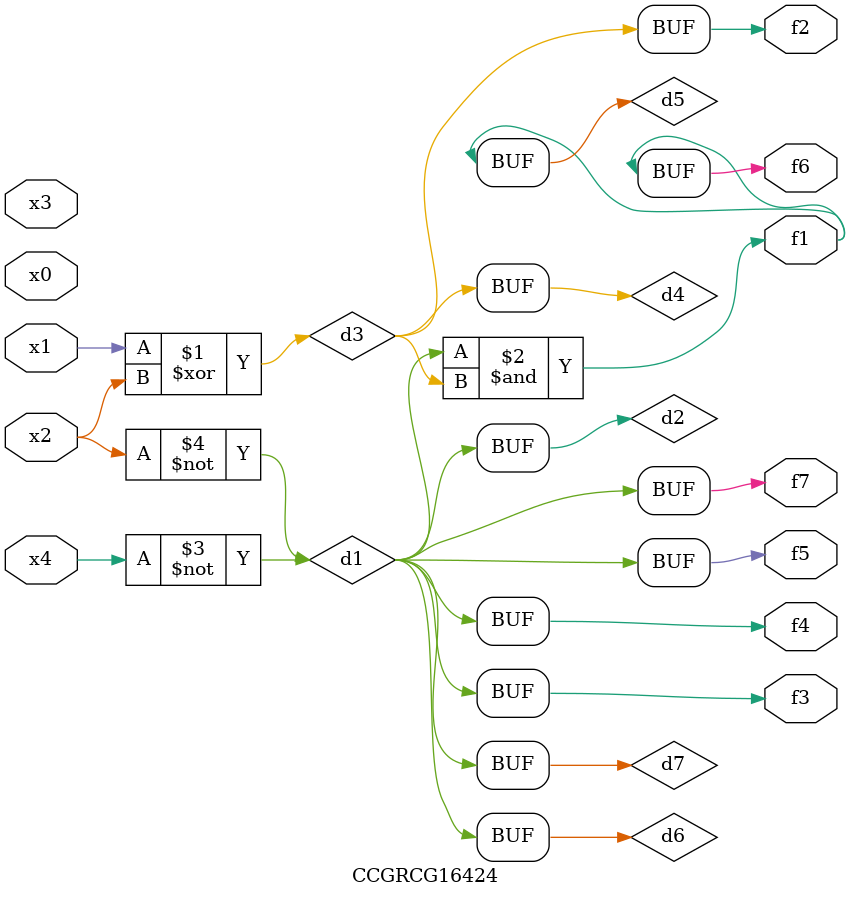
<source format=v>
module CCGRCG16424(
	input x0, x1, x2, x3, x4,
	output f1, f2, f3, f4, f5, f6, f7
);

	wire d1, d2, d3, d4, d5, d6, d7;

	not (d1, x4);
	not (d2, x2);
	xor (d3, x1, x2);
	buf (d4, d3);
	and (d5, d1, d3);
	buf (d6, d1, d2);
	buf (d7, d2);
	assign f1 = d5;
	assign f2 = d4;
	assign f3 = d7;
	assign f4 = d7;
	assign f5 = d7;
	assign f6 = d5;
	assign f7 = d7;
endmodule

</source>
